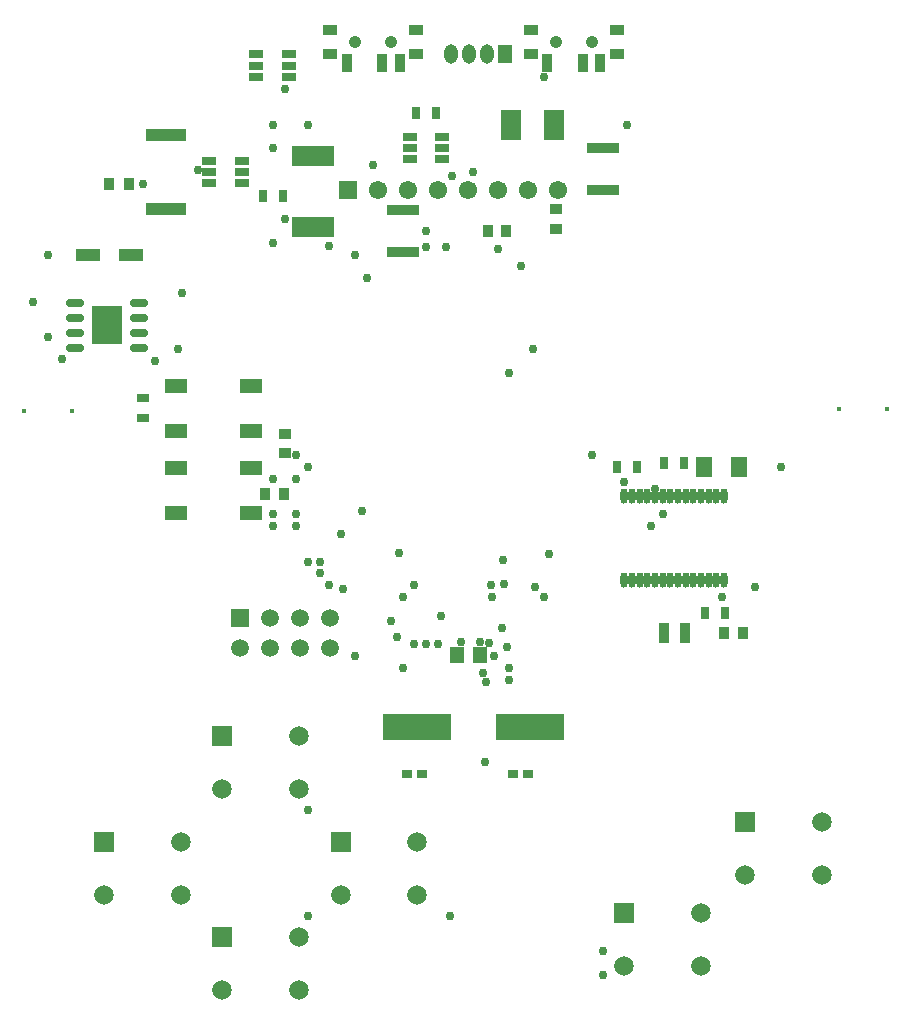
<source format=gbs>
G04*
G04 #@! TF.GenerationSoftware,Altium Limited,Altium Designer,22.3.1 (43)*
G04*
G04 Layer_Color=16711935*
%FSLAX44Y44*%
%MOMM*%
G71*
G04*
G04 #@! TF.SameCoordinates,6D1C2D26-131F-4FF1-9C2C-6AC643E27ED1*
G04*
G04*
G04 #@! TF.FilePolarity,Negative*
G04*
G01*
G75*
%ADD36R,0.8500X1.0500*%
%ADD40R,1.0500X0.9500*%
%ADD41R,1.6580X1.6580*%
%ADD42C,1.6580*%
%ADD43C,1.5000*%
%ADD44R,1.5000X1.5000*%
%ADD45R,1.5480X1.5480*%
%ADD46C,1.5480*%
%ADD47C,0.4000*%
%ADD48R,1.1500X1.6500*%
%ADD49O,1.1500X1.6500*%
%ADD50C,1.0500*%
%ADD51C,0.7500*%
%ADD89R,1.0500X0.8500*%
%ADD90R,3.6740X1.6740*%
%ADD91R,2.7500X0.8500*%
%ADD92R,2.5600X3.2500*%
%ADD93O,1.5500X0.7000*%
%ADD94R,1.1500X0.9500*%
%ADD95R,0.8500X1.6500*%
%ADD96R,1.2500X1.4500*%
%ADD97R,1.8500X1.1500*%
%ADD98R,1.0500X0.6500*%
%ADD99R,1.8000X2.5500*%
%ADD100R,0.6500X1.0500*%
%ADD101R,1.1500X0.7500*%
%ADD102R,0.8300X0.7500*%
%ADD103R,5.7500X2.2500*%
%ADD104O,0.6000X1.3000*%
%ADD105R,0.9500X1.0500*%
%ADD106R,3.3500X1.1000*%
%ADD107R,2.0000X1.0500*%
%ADD108R,1.4500X1.8000*%
%ADD109R,0.9500X1.7000*%
D36*
X-140301Y57168D02*
D03*
X-156301D02*
D03*
X232000Y-60000D02*
D03*
X248000D02*
D03*
X47750Y280000D02*
D03*
X32250D02*
D03*
D40*
X90000Y298250D02*
D03*
Y281750D02*
D03*
D41*
X-192500Y-147500D02*
D03*
X-92500Y-237500D02*
D03*
X-192500Y-317500D02*
D03*
X-292500Y-237500D02*
D03*
X147500Y-297500D02*
D03*
X250000Y-220000D02*
D03*
D42*
X-127500Y-147500D02*
D03*
X-192500Y-192500D02*
D03*
X-127500D02*
D03*
X-27500Y-282500D02*
D03*
X-92500D02*
D03*
X-27500Y-237500D02*
D03*
X-127500Y-317500D02*
D03*
X-192500Y-362500D02*
D03*
X-127500D02*
D03*
X-227500Y-282500D02*
D03*
X-292500D02*
D03*
X-227500Y-237500D02*
D03*
X212500Y-297500D02*
D03*
X147500Y-342500D02*
D03*
X212500D02*
D03*
X315000Y-265000D02*
D03*
X250000D02*
D03*
X315000Y-220000D02*
D03*
D43*
X-101900Y-72700D02*
D03*
X-127300D02*
D03*
X-152700D02*
D03*
X-178100D02*
D03*
X-101900Y-47300D02*
D03*
X-127300D02*
D03*
X-152700D02*
D03*
D44*
X-178100D02*
D03*
D45*
X-86415Y314884D02*
D03*
D46*
X91385D02*
D03*
X65985D02*
D03*
X-35615D02*
D03*
X-61015D02*
D03*
X40585D02*
D03*
X-10215D02*
D03*
X15185D02*
D03*
D47*
X370500Y129375D02*
D03*
X329500D02*
D03*
X-319500Y127500D02*
D03*
X-360500D02*
D03*
D48*
X46350Y430000D02*
D03*
D03*
D49*
X31350D02*
D03*
D03*
X16350D02*
D03*
D03*
X1350D02*
D03*
D03*
D50*
X-80000Y440000D02*
D03*
X-50000D02*
D03*
X120000D02*
D03*
X90000D02*
D03*
D51*
X-130000Y70000D02*
D03*
Y40000D02*
D03*
X84250Y6758D02*
D03*
X-92163Y23502D02*
D03*
X-80000Y260000D02*
D03*
X-74714Y42786D02*
D03*
X2076Y326584D02*
D03*
X-213609Y331221D02*
D03*
X40790Y264797D02*
D03*
X25668Y-68335D02*
D03*
X71670Y-21674D02*
D03*
X45816Y-18939D02*
D03*
X34714Y-19616D02*
D03*
X35286Y-29651D02*
D03*
X174020Y61228D02*
D03*
X147750Y67750D02*
D03*
X43764Y-55788D02*
D03*
X-120000Y0D02*
D03*
X-110000D02*
D03*
Y-10000D02*
D03*
X60000Y250000D02*
D03*
X-2863Y266049D02*
D03*
X-20017Y266200D02*
D03*
X48781Y-72551D02*
D03*
X50000Y160000D02*
D03*
X-70000Y240000D02*
D03*
X-65438Y335861D02*
D03*
X-150000Y270000D02*
D03*
X32932Y-68623D02*
D03*
X9293Y-68233D02*
D03*
X-44877Y-64092D02*
D03*
X-30000Y-20000D02*
D03*
X-7500Y-45976D02*
D03*
X-20000Y280000D02*
D03*
X70096Y179904D02*
D03*
X80000Y-30000D02*
D03*
Y410000D02*
D03*
X50000Y-100000D02*
D03*
X30592Y-101573D02*
D03*
X-40000Y-90000D02*
D03*
X50000D02*
D03*
X27764Y-94056D02*
D03*
X-80000Y-80000D02*
D03*
X-40000Y-30000D02*
D03*
X-50000Y-50000D02*
D03*
X-10000Y-70000D02*
D03*
X37430Y-79500D02*
D03*
X-130000Y90000D02*
D03*
X-90763Y-22859D02*
D03*
X-102562Y-20000D02*
D03*
Y266974D02*
D03*
X-120000Y80000D02*
D03*
X-43439Y7494D02*
D03*
X44909Y1722D02*
D03*
X30000Y-170000D02*
D03*
X-120000Y-210000D02*
D03*
X0Y-300000D02*
D03*
X-120000D02*
D03*
X130000Y-330000D02*
D03*
Y-350000D02*
D03*
X-150000Y40000D02*
D03*
X-130000Y30000D02*
D03*
X-150000D02*
D03*
Y70000D02*
D03*
X-140000Y290000D02*
D03*
X150000Y370000D02*
D03*
X20000Y330000D02*
D03*
X-20000Y-70000D02*
D03*
X-30000D02*
D03*
X120000Y90000D02*
D03*
X170000Y30000D02*
D03*
X180563Y40563D02*
D03*
X-260000Y320000D02*
D03*
X-120000Y370000D02*
D03*
X-150000Y350000D02*
D03*
Y370000D02*
D03*
X-140000Y400000D02*
D03*
X-353116Y220034D02*
D03*
X-340000Y260000D02*
D03*
X-250000Y170000D02*
D03*
X-230000Y180000D02*
D03*
X-226442Y227307D02*
D03*
X-328438Y171295D02*
D03*
X-340000Y190000D02*
D03*
X258451Y-21549D02*
D03*
X230000Y-30000D02*
D03*
X280000Y80000D02*
D03*
D89*
X-140000Y108000D02*
D03*
Y92000D02*
D03*
D90*
X-115782Y283341D02*
D03*
Y343341D02*
D03*
D91*
X-40000Y297500D02*
D03*
Y262500D02*
D03*
X130000Y315000D02*
D03*
Y350000D02*
D03*
D92*
X-290000Y200000D02*
D03*
D93*
X-263000Y219050D02*
D03*
Y206350D02*
D03*
Y193650D02*
D03*
Y180950D02*
D03*
X-317000Y219050D02*
D03*
Y206350D02*
D03*
Y193650D02*
D03*
Y180950D02*
D03*
D94*
X-28500Y450500D02*
D03*
Y429500D02*
D03*
X-101500Y450500D02*
D03*
Y429500D02*
D03*
X141500Y450500D02*
D03*
X68500D02*
D03*
X141500Y429500D02*
D03*
X68500D02*
D03*
D95*
X-42500Y422500D02*
D03*
X-57500D02*
D03*
X-87500D02*
D03*
X112500D02*
D03*
X127500D02*
D03*
X82500D02*
D03*
D96*
X25443Y-79373D02*
D03*
X6443D02*
D03*
D97*
X-168500Y41000D02*
D03*
X-231500D02*
D03*
Y79000D02*
D03*
X-168500D02*
D03*
X-168500Y111000D02*
D03*
X-231500D02*
D03*
Y149000D02*
D03*
X-168500D02*
D03*
D98*
X-260000Y121500D02*
D03*
Y138500D02*
D03*
D99*
X88500Y370000D02*
D03*
X51500D02*
D03*
D100*
X-11500Y380000D02*
D03*
X-28500D02*
D03*
X-141500Y310000D02*
D03*
X-158500D02*
D03*
X233300Y-43378D02*
D03*
X216300D02*
D03*
X198027Y83612D02*
D03*
X181027D02*
D03*
X158500Y80000D02*
D03*
X141500D02*
D03*
D101*
X-33750Y350000D02*
D03*
Y359500D02*
D03*
Y340500D02*
D03*
X-6250D02*
D03*
Y359500D02*
D03*
Y350000D02*
D03*
X-163750Y410500D02*
D03*
Y420000D02*
D03*
Y429500D02*
D03*
X-136250D02*
D03*
Y420000D02*
D03*
Y410500D02*
D03*
X-203750Y320500D02*
D03*
Y330000D02*
D03*
Y339500D02*
D03*
X-176250D02*
D03*
Y330000D02*
D03*
Y320500D02*
D03*
D102*
X66500Y-180000D02*
D03*
X53500D02*
D03*
X-23500D02*
D03*
X-36500D02*
D03*
D103*
X67500Y-140000D02*
D03*
X-27500D02*
D03*
D104*
X147750Y55500D02*
D03*
X154250D02*
D03*
X160750D02*
D03*
X167250D02*
D03*
X173750D02*
D03*
X180250D02*
D03*
X186750D02*
D03*
X193250D02*
D03*
X199750D02*
D03*
X206250D02*
D03*
X212750D02*
D03*
X219250D02*
D03*
X225750D02*
D03*
X232250D02*
D03*
X147750Y-15500D02*
D03*
X154250D02*
D03*
X160750D02*
D03*
X167250D02*
D03*
X173750D02*
D03*
X180250D02*
D03*
X186750D02*
D03*
X193250D02*
D03*
X199750D02*
D03*
X206250D02*
D03*
X212750D02*
D03*
X219250D02*
D03*
X225750D02*
D03*
X232250D02*
D03*
D105*
X-288250Y320000D02*
D03*
X-271750D02*
D03*
D106*
X-240000Y361000D02*
D03*
Y299000D02*
D03*
D107*
X-270000Y260000D02*
D03*
X-306000D02*
D03*
D108*
X215500Y80000D02*
D03*
X244500D02*
D03*
D109*
X181000Y-60000D02*
D03*
X199000D02*
D03*
M02*

</source>
